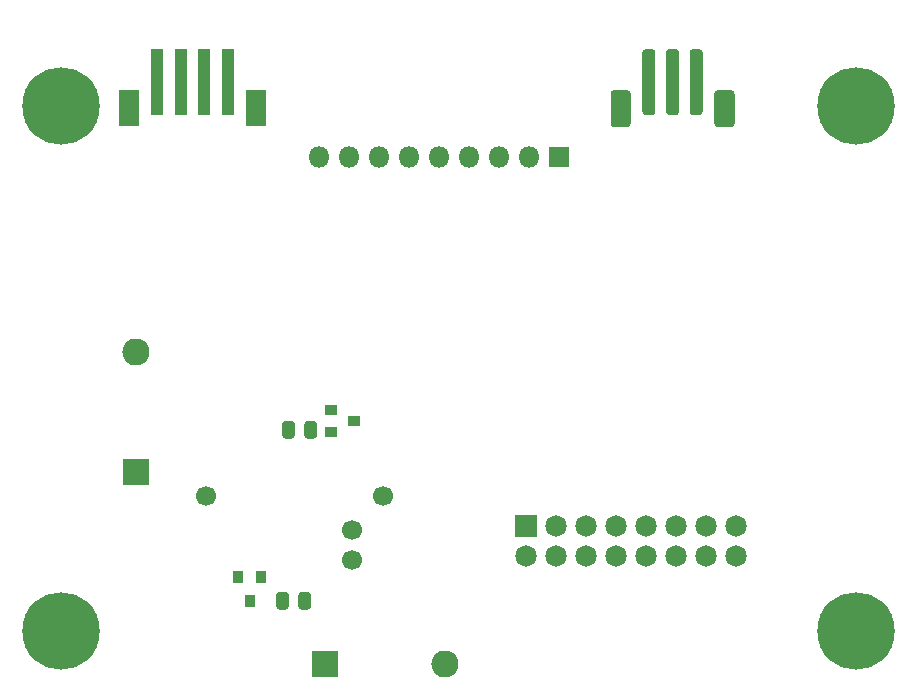
<source format=gbr>
G04 #@! TF.GenerationSoftware,KiCad,Pcbnew,(5.1.6-0-10_14)*
G04 #@! TF.CreationDate,2020-07-23T15:18:02-04:00*
G04 #@! TF.ProjectId,Pufferfish-Interface-2,50756666-6572-4666-9973-682d496e7465,rev?*
G04 #@! TF.SameCoordinates,Original*
G04 #@! TF.FileFunction,Soldermask,Bot*
G04 #@! TF.FilePolarity,Negative*
%FSLAX46Y46*%
G04 Gerber Fmt 4.6, Leading zero omitted, Abs format (unit mm)*
G04 Created by KiCad (PCBNEW (5.1.6-0-10_14)) date 2020-07-23 15:18:02*
%MOMM*%
%LPD*%
G01*
G04 APERTURE LIST*
%ADD10C,6.553200*%
%ADD11C,1.700000*%
%ADD12R,1.825000X1.825000*%
%ADD13C,1.825000*%
%ADD14R,1.700000X3.100000*%
%ADD15R,1.100000X5.600000*%
%ADD16R,2.300000X2.300000*%
%ADD17O,2.300000X2.300000*%
%ADD18R,1.800000X1.800000*%
%ADD19O,1.800000X1.800000*%
%ADD20R,0.900000X1.000000*%
%ADD21R,1.000000X0.900000*%
G04 APERTURE END LIST*
D10*
X63500000Y-6350000D03*
X-3810000Y-6350000D03*
X63500000Y-50800000D03*
X-3810000Y-50800000D03*
D11*
X23502000Y-39370000D03*
X8502000Y-39370000D03*
X20902000Y-42270000D03*
X20902000Y-44770000D03*
D12*
X35560000Y-41910000D03*
D13*
X35560000Y-44450000D03*
X38100000Y-41910000D03*
X38100000Y-44450000D03*
X40640000Y-41910000D03*
X40640000Y-44450000D03*
X43180000Y-41910000D03*
X43180000Y-44450000D03*
X45720000Y-41910000D03*
X45720000Y-44450000D03*
X48260000Y-41910000D03*
X48260000Y-44450000D03*
X50800000Y-41910000D03*
X50800000Y-44450000D03*
X53340000Y-41910000D03*
X53340000Y-44450000D03*
D14*
X12766000Y-6568000D03*
X1966000Y-6568000D03*
D15*
X10366000Y-4318000D03*
X4366000Y-4318000D03*
X8366000Y-4318000D03*
X6366000Y-4318000D03*
G36*
G01*
X49456000Y-6867000D02*
X49456000Y-1817000D01*
G75*
G02*
X49731000Y-1542000I275000J0D01*
G01*
X50281000Y-1542000D01*
G75*
G02*
X50556000Y-1817000I0J-275000D01*
G01*
X50556000Y-6867000D01*
G75*
G02*
X50281000Y-7142000I-275000J0D01*
G01*
X49731000Y-7142000D01*
G75*
G02*
X49456000Y-6867000I0J275000D01*
G01*
G37*
G36*
G01*
X45456000Y-6867000D02*
X45456000Y-1817000D01*
G75*
G02*
X45731000Y-1542000I275000J0D01*
G01*
X46281000Y-1542000D01*
G75*
G02*
X46556000Y-1817000I0J-275000D01*
G01*
X46556000Y-6867000D01*
G75*
G02*
X46281000Y-7142000I-275000J0D01*
G01*
X45731000Y-7142000D01*
G75*
G02*
X45456000Y-6867000I0J275000D01*
G01*
G37*
G36*
G01*
X47456000Y-6867000D02*
X47456000Y-1817000D01*
G75*
G02*
X47731000Y-1542000I275000J0D01*
G01*
X48281000Y-1542000D01*
G75*
G02*
X48556000Y-1817000I0J-275000D01*
G01*
X48556000Y-6867000D01*
G75*
G02*
X48281000Y-7142000I-275000J0D01*
G01*
X47731000Y-7142000D01*
G75*
G02*
X47456000Y-6867000I0J275000D01*
G01*
G37*
G36*
G01*
X42756000Y-7876800D02*
X42756000Y-5307200D01*
G75*
G02*
X43021200Y-5042000I265200J0D01*
G01*
X44190800Y-5042000D01*
G75*
G02*
X44456000Y-5307200I0J-265200D01*
G01*
X44456000Y-7876800D01*
G75*
G02*
X44190800Y-8142000I-265200J0D01*
G01*
X43021200Y-8142000D01*
G75*
G02*
X42756000Y-7876800I0J265200D01*
G01*
G37*
G36*
G01*
X51556000Y-7876800D02*
X51556000Y-5307200D01*
G75*
G02*
X51821200Y-5042000I265200J0D01*
G01*
X52990800Y-5042000D01*
G75*
G02*
X53256000Y-5307200I0J-265200D01*
G01*
X53256000Y-7876800D01*
G75*
G02*
X52990800Y-8142000I-265200J0D01*
G01*
X51821200Y-8142000D01*
G75*
G02*
X51556000Y-7876800I0J265200D01*
G01*
G37*
D16*
X18542000Y-53594000D03*
D17*
X28702000Y-53594000D03*
X2540000Y-27178000D03*
D16*
X2540000Y-37338000D03*
D18*
X38354000Y-10668000D03*
D19*
X35814000Y-10668000D03*
X33274000Y-10668000D03*
X30734000Y-10668000D03*
X28194000Y-10668000D03*
X25654000Y-10668000D03*
X23114000Y-10668000D03*
X20574000Y-10668000D03*
X18034000Y-10668000D03*
D20*
X12192000Y-48244000D03*
X13142000Y-46244000D03*
X11242000Y-46244000D03*
D21*
X19066000Y-33970000D03*
X19066000Y-32070000D03*
X21066000Y-33020000D03*
G36*
G01*
X16323500Y-48741250D02*
X16323500Y-47778750D01*
G75*
G02*
X16592250Y-47510000I268750J0D01*
G01*
X17129750Y-47510000D01*
G75*
G02*
X17398500Y-47778750I0J-268750D01*
G01*
X17398500Y-48741250D01*
G75*
G02*
X17129750Y-49010000I-268750J0D01*
G01*
X16592250Y-49010000D01*
G75*
G02*
X16323500Y-48741250I0J268750D01*
G01*
G37*
G36*
G01*
X14448500Y-48741250D02*
X14448500Y-47778750D01*
G75*
G02*
X14717250Y-47510000I268750J0D01*
G01*
X15254750Y-47510000D01*
G75*
G02*
X15523500Y-47778750I0J-268750D01*
G01*
X15523500Y-48741250D01*
G75*
G02*
X15254750Y-49010000I-268750J0D01*
G01*
X14717250Y-49010000D01*
G75*
G02*
X14448500Y-48741250I0J268750D01*
G01*
G37*
G36*
G01*
X16031500Y-33300750D02*
X16031500Y-34263250D01*
G75*
G02*
X15762750Y-34532000I-268750J0D01*
G01*
X15225250Y-34532000D01*
G75*
G02*
X14956500Y-34263250I0J268750D01*
G01*
X14956500Y-33300750D01*
G75*
G02*
X15225250Y-33032000I268750J0D01*
G01*
X15762750Y-33032000D01*
G75*
G02*
X16031500Y-33300750I0J-268750D01*
G01*
G37*
G36*
G01*
X17906500Y-33300750D02*
X17906500Y-34263250D01*
G75*
G02*
X17637750Y-34532000I-268750J0D01*
G01*
X17100250Y-34532000D01*
G75*
G02*
X16831500Y-34263250I0J268750D01*
G01*
X16831500Y-33300750D01*
G75*
G02*
X17100250Y-33032000I268750J0D01*
G01*
X17637750Y-33032000D01*
G75*
G02*
X17906500Y-33300750I0J-268750D01*
G01*
G37*
M02*

</source>
